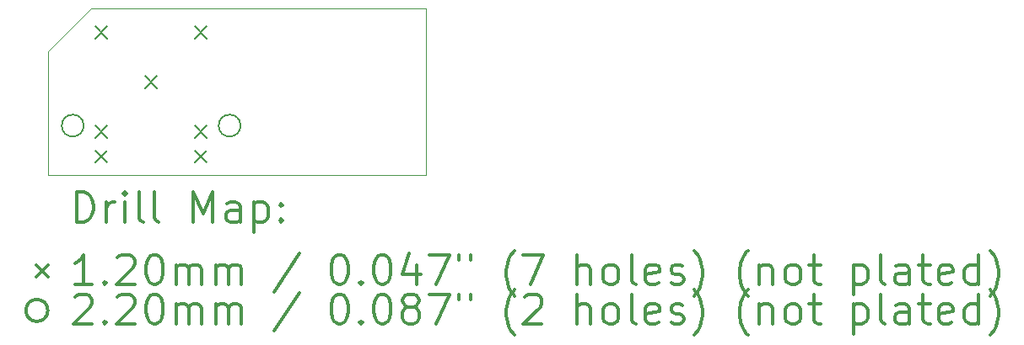
<source format=gbr>
%FSLAX45Y45*%
G04 Gerber Fmt 4.5, Leading zero omitted, Abs format (unit mm)*
G04 Created by KiCad (PCBNEW (5.1.6)-1) date 2024-02-11 14:19:01*
%MOMM*%
%LPD*%
G01*
G04 APERTURE LIST*
%TA.AperFunction,Profile*%
%ADD10C,0.050000*%
%TD*%
%ADD11C,0.200000*%
%ADD12C,0.300000*%
G04 APERTURE END LIST*
D10*
X12700000Y-10179050D02*
X13131800Y-9747250D01*
X12700000Y-11430000D02*
X12700000Y-10179050D01*
X16497300Y-9747250D02*
X13131800Y-9747250D01*
X16497300Y-11430000D02*
X16497300Y-9747250D01*
X12700000Y-11430000D02*
X16497300Y-11430000D01*
D11*
X13175050Y-9930200D02*
X13295050Y-10050200D01*
X13295050Y-9930200D02*
X13175050Y-10050200D01*
X13175050Y-10930200D02*
X13295050Y-11050200D01*
X13295050Y-10930200D02*
X13175050Y-11050200D01*
X13175050Y-11180200D02*
X13295050Y-11300200D01*
X13295050Y-11180200D02*
X13175050Y-11300200D01*
X13675050Y-10430200D02*
X13795050Y-10550200D01*
X13795050Y-10430200D02*
X13675050Y-10550200D01*
X14175050Y-9930200D02*
X14295050Y-10050200D01*
X14295050Y-9930200D02*
X14175050Y-10050200D01*
X14175050Y-10930200D02*
X14295050Y-11050200D01*
X14295050Y-10930200D02*
X14175050Y-11050200D01*
X14175050Y-11180200D02*
X14295050Y-11300200D01*
X14295050Y-11180200D02*
X14175050Y-11300200D01*
X14632450Y-10928350D02*
G75*
G03*
X14632450Y-10928350I-110000J0D01*
G01*
X13057650Y-10928350D02*
G75*
G03*
X13057650Y-10928350I-110000J0D01*
G01*
D12*
X12983928Y-11898214D02*
X12983928Y-11598214D01*
X13055357Y-11598214D01*
X13098214Y-11612500D01*
X13126786Y-11641071D01*
X13141071Y-11669643D01*
X13155357Y-11726786D01*
X13155357Y-11769643D01*
X13141071Y-11826786D01*
X13126786Y-11855357D01*
X13098214Y-11883929D01*
X13055357Y-11898214D01*
X12983928Y-11898214D01*
X13283928Y-11898214D02*
X13283928Y-11698214D01*
X13283928Y-11755357D02*
X13298214Y-11726786D01*
X13312500Y-11712500D01*
X13341071Y-11698214D01*
X13369643Y-11698214D01*
X13469643Y-11898214D02*
X13469643Y-11698214D01*
X13469643Y-11598214D02*
X13455357Y-11612500D01*
X13469643Y-11626786D01*
X13483928Y-11612500D01*
X13469643Y-11598214D01*
X13469643Y-11626786D01*
X13655357Y-11898214D02*
X13626786Y-11883929D01*
X13612500Y-11855357D01*
X13612500Y-11598214D01*
X13812500Y-11898214D02*
X13783928Y-11883929D01*
X13769643Y-11855357D01*
X13769643Y-11598214D01*
X14155357Y-11898214D02*
X14155357Y-11598214D01*
X14255357Y-11812500D01*
X14355357Y-11598214D01*
X14355357Y-11898214D01*
X14626786Y-11898214D02*
X14626786Y-11741071D01*
X14612500Y-11712500D01*
X14583928Y-11698214D01*
X14526786Y-11698214D01*
X14498214Y-11712500D01*
X14626786Y-11883929D02*
X14598214Y-11898214D01*
X14526786Y-11898214D01*
X14498214Y-11883929D01*
X14483928Y-11855357D01*
X14483928Y-11826786D01*
X14498214Y-11798214D01*
X14526786Y-11783929D01*
X14598214Y-11783929D01*
X14626786Y-11769643D01*
X14769643Y-11698214D02*
X14769643Y-11998214D01*
X14769643Y-11712500D02*
X14798214Y-11698214D01*
X14855357Y-11698214D01*
X14883928Y-11712500D01*
X14898214Y-11726786D01*
X14912500Y-11755357D01*
X14912500Y-11841071D01*
X14898214Y-11869643D01*
X14883928Y-11883929D01*
X14855357Y-11898214D01*
X14798214Y-11898214D01*
X14769643Y-11883929D01*
X15041071Y-11869643D02*
X15055357Y-11883929D01*
X15041071Y-11898214D01*
X15026786Y-11883929D01*
X15041071Y-11869643D01*
X15041071Y-11898214D01*
X15041071Y-11712500D02*
X15055357Y-11726786D01*
X15041071Y-11741071D01*
X15026786Y-11726786D01*
X15041071Y-11712500D01*
X15041071Y-11741071D01*
X12577500Y-12332500D02*
X12697500Y-12452500D01*
X12697500Y-12332500D02*
X12577500Y-12452500D01*
X13141071Y-12528214D02*
X12969643Y-12528214D01*
X13055357Y-12528214D02*
X13055357Y-12228214D01*
X13026786Y-12271071D01*
X12998214Y-12299643D01*
X12969643Y-12313929D01*
X13269643Y-12499643D02*
X13283928Y-12513929D01*
X13269643Y-12528214D01*
X13255357Y-12513929D01*
X13269643Y-12499643D01*
X13269643Y-12528214D01*
X13398214Y-12256786D02*
X13412500Y-12242500D01*
X13441071Y-12228214D01*
X13512500Y-12228214D01*
X13541071Y-12242500D01*
X13555357Y-12256786D01*
X13569643Y-12285357D01*
X13569643Y-12313929D01*
X13555357Y-12356786D01*
X13383928Y-12528214D01*
X13569643Y-12528214D01*
X13755357Y-12228214D02*
X13783928Y-12228214D01*
X13812500Y-12242500D01*
X13826786Y-12256786D01*
X13841071Y-12285357D01*
X13855357Y-12342500D01*
X13855357Y-12413929D01*
X13841071Y-12471071D01*
X13826786Y-12499643D01*
X13812500Y-12513929D01*
X13783928Y-12528214D01*
X13755357Y-12528214D01*
X13726786Y-12513929D01*
X13712500Y-12499643D01*
X13698214Y-12471071D01*
X13683928Y-12413929D01*
X13683928Y-12342500D01*
X13698214Y-12285357D01*
X13712500Y-12256786D01*
X13726786Y-12242500D01*
X13755357Y-12228214D01*
X13983928Y-12528214D02*
X13983928Y-12328214D01*
X13983928Y-12356786D02*
X13998214Y-12342500D01*
X14026786Y-12328214D01*
X14069643Y-12328214D01*
X14098214Y-12342500D01*
X14112500Y-12371071D01*
X14112500Y-12528214D01*
X14112500Y-12371071D02*
X14126786Y-12342500D01*
X14155357Y-12328214D01*
X14198214Y-12328214D01*
X14226786Y-12342500D01*
X14241071Y-12371071D01*
X14241071Y-12528214D01*
X14383928Y-12528214D02*
X14383928Y-12328214D01*
X14383928Y-12356786D02*
X14398214Y-12342500D01*
X14426786Y-12328214D01*
X14469643Y-12328214D01*
X14498214Y-12342500D01*
X14512500Y-12371071D01*
X14512500Y-12528214D01*
X14512500Y-12371071D02*
X14526786Y-12342500D01*
X14555357Y-12328214D01*
X14598214Y-12328214D01*
X14626786Y-12342500D01*
X14641071Y-12371071D01*
X14641071Y-12528214D01*
X15226786Y-12213929D02*
X14969643Y-12599643D01*
X15612500Y-12228214D02*
X15641071Y-12228214D01*
X15669643Y-12242500D01*
X15683928Y-12256786D01*
X15698214Y-12285357D01*
X15712500Y-12342500D01*
X15712500Y-12413929D01*
X15698214Y-12471071D01*
X15683928Y-12499643D01*
X15669643Y-12513929D01*
X15641071Y-12528214D01*
X15612500Y-12528214D01*
X15583928Y-12513929D01*
X15569643Y-12499643D01*
X15555357Y-12471071D01*
X15541071Y-12413929D01*
X15541071Y-12342500D01*
X15555357Y-12285357D01*
X15569643Y-12256786D01*
X15583928Y-12242500D01*
X15612500Y-12228214D01*
X15841071Y-12499643D02*
X15855357Y-12513929D01*
X15841071Y-12528214D01*
X15826786Y-12513929D01*
X15841071Y-12499643D01*
X15841071Y-12528214D01*
X16041071Y-12228214D02*
X16069643Y-12228214D01*
X16098214Y-12242500D01*
X16112500Y-12256786D01*
X16126786Y-12285357D01*
X16141071Y-12342500D01*
X16141071Y-12413929D01*
X16126786Y-12471071D01*
X16112500Y-12499643D01*
X16098214Y-12513929D01*
X16069643Y-12528214D01*
X16041071Y-12528214D01*
X16012500Y-12513929D01*
X15998214Y-12499643D01*
X15983928Y-12471071D01*
X15969643Y-12413929D01*
X15969643Y-12342500D01*
X15983928Y-12285357D01*
X15998214Y-12256786D01*
X16012500Y-12242500D01*
X16041071Y-12228214D01*
X16398214Y-12328214D02*
X16398214Y-12528214D01*
X16326786Y-12213929D02*
X16255357Y-12428214D01*
X16441071Y-12428214D01*
X16526786Y-12228214D02*
X16726786Y-12228214D01*
X16598214Y-12528214D01*
X16826786Y-12228214D02*
X16826786Y-12285357D01*
X16941071Y-12228214D02*
X16941071Y-12285357D01*
X17383928Y-12642500D02*
X17369643Y-12628214D01*
X17341071Y-12585357D01*
X17326786Y-12556786D01*
X17312500Y-12513929D01*
X17298214Y-12442500D01*
X17298214Y-12385357D01*
X17312500Y-12313929D01*
X17326786Y-12271071D01*
X17341071Y-12242500D01*
X17369643Y-12199643D01*
X17383928Y-12185357D01*
X17469643Y-12228214D02*
X17669643Y-12228214D01*
X17541071Y-12528214D01*
X18012500Y-12528214D02*
X18012500Y-12228214D01*
X18141071Y-12528214D02*
X18141071Y-12371071D01*
X18126786Y-12342500D01*
X18098214Y-12328214D01*
X18055357Y-12328214D01*
X18026786Y-12342500D01*
X18012500Y-12356786D01*
X18326786Y-12528214D02*
X18298214Y-12513929D01*
X18283928Y-12499643D01*
X18269643Y-12471071D01*
X18269643Y-12385357D01*
X18283928Y-12356786D01*
X18298214Y-12342500D01*
X18326786Y-12328214D01*
X18369643Y-12328214D01*
X18398214Y-12342500D01*
X18412500Y-12356786D01*
X18426786Y-12385357D01*
X18426786Y-12471071D01*
X18412500Y-12499643D01*
X18398214Y-12513929D01*
X18369643Y-12528214D01*
X18326786Y-12528214D01*
X18598214Y-12528214D02*
X18569643Y-12513929D01*
X18555357Y-12485357D01*
X18555357Y-12228214D01*
X18826786Y-12513929D02*
X18798214Y-12528214D01*
X18741071Y-12528214D01*
X18712500Y-12513929D01*
X18698214Y-12485357D01*
X18698214Y-12371071D01*
X18712500Y-12342500D01*
X18741071Y-12328214D01*
X18798214Y-12328214D01*
X18826786Y-12342500D01*
X18841071Y-12371071D01*
X18841071Y-12399643D01*
X18698214Y-12428214D01*
X18955357Y-12513929D02*
X18983928Y-12528214D01*
X19041071Y-12528214D01*
X19069643Y-12513929D01*
X19083928Y-12485357D01*
X19083928Y-12471071D01*
X19069643Y-12442500D01*
X19041071Y-12428214D01*
X18998214Y-12428214D01*
X18969643Y-12413929D01*
X18955357Y-12385357D01*
X18955357Y-12371071D01*
X18969643Y-12342500D01*
X18998214Y-12328214D01*
X19041071Y-12328214D01*
X19069643Y-12342500D01*
X19183928Y-12642500D02*
X19198214Y-12628214D01*
X19226786Y-12585357D01*
X19241071Y-12556786D01*
X19255357Y-12513929D01*
X19269643Y-12442500D01*
X19269643Y-12385357D01*
X19255357Y-12313929D01*
X19241071Y-12271071D01*
X19226786Y-12242500D01*
X19198214Y-12199643D01*
X19183928Y-12185357D01*
X19726786Y-12642500D02*
X19712500Y-12628214D01*
X19683928Y-12585357D01*
X19669643Y-12556786D01*
X19655357Y-12513929D01*
X19641071Y-12442500D01*
X19641071Y-12385357D01*
X19655357Y-12313929D01*
X19669643Y-12271071D01*
X19683928Y-12242500D01*
X19712500Y-12199643D01*
X19726786Y-12185357D01*
X19841071Y-12328214D02*
X19841071Y-12528214D01*
X19841071Y-12356786D02*
X19855357Y-12342500D01*
X19883928Y-12328214D01*
X19926786Y-12328214D01*
X19955357Y-12342500D01*
X19969643Y-12371071D01*
X19969643Y-12528214D01*
X20155357Y-12528214D02*
X20126786Y-12513929D01*
X20112500Y-12499643D01*
X20098214Y-12471071D01*
X20098214Y-12385357D01*
X20112500Y-12356786D01*
X20126786Y-12342500D01*
X20155357Y-12328214D01*
X20198214Y-12328214D01*
X20226786Y-12342500D01*
X20241071Y-12356786D01*
X20255357Y-12385357D01*
X20255357Y-12471071D01*
X20241071Y-12499643D01*
X20226786Y-12513929D01*
X20198214Y-12528214D01*
X20155357Y-12528214D01*
X20341071Y-12328214D02*
X20455357Y-12328214D01*
X20383928Y-12228214D02*
X20383928Y-12485357D01*
X20398214Y-12513929D01*
X20426786Y-12528214D01*
X20455357Y-12528214D01*
X20783928Y-12328214D02*
X20783928Y-12628214D01*
X20783928Y-12342500D02*
X20812500Y-12328214D01*
X20869643Y-12328214D01*
X20898214Y-12342500D01*
X20912500Y-12356786D01*
X20926786Y-12385357D01*
X20926786Y-12471071D01*
X20912500Y-12499643D01*
X20898214Y-12513929D01*
X20869643Y-12528214D01*
X20812500Y-12528214D01*
X20783928Y-12513929D01*
X21098214Y-12528214D02*
X21069643Y-12513929D01*
X21055357Y-12485357D01*
X21055357Y-12228214D01*
X21341071Y-12528214D02*
X21341071Y-12371071D01*
X21326786Y-12342500D01*
X21298214Y-12328214D01*
X21241071Y-12328214D01*
X21212500Y-12342500D01*
X21341071Y-12513929D02*
X21312500Y-12528214D01*
X21241071Y-12528214D01*
X21212500Y-12513929D01*
X21198214Y-12485357D01*
X21198214Y-12456786D01*
X21212500Y-12428214D01*
X21241071Y-12413929D01*
X21312500Y-12413929D01*
X21341071Y-12399643D01*
X21441071Y-12328214D02*
X21555357Y-12328214D01*
X21483928Y-12228214D02*
X21483928Y-12485357D01*
X21498214Y-12513929D01*
X21526786Y-12528214D01*
X21555357Y-12528214D01*
X21769643Y-12513929D02*
X21741071Y-12528214D01*
X21683928Y-12528214D01*
X21655357Y-12513929D01*
X21641071Y-12485357D01*
X21641071Y-12371071D01*
X21655357Y-12342500D01*
X21683928Y-12328214D01*
X21741071Y-12328214D01*
X21769643Y-12342500D01*
X21783928Y-12371071D01*
X21783928Y-12399643D01*
X21641071Y-12428214D01*
X22041071Y-12528214D02*
X22041071Y-12228214D01*
X22041071Y-12513929D02*
X22012500Y-12528214D01*
X21955357Y-12528214D01*
X21926786Y-12513929D01*
X21912500Y-12499643D01*
X21898214Y-12471071D01*
X21898214Y-12385357D01*
X21912500Y-12356786D01*
X21926786Y-12342500D01*
X21955357Y-12328214D01*
X22012500Y-12328214D01*
X22041071Y-12342500D01*
X22155357Y-12642500D02*
X22169643Y-12628214D01*
X22198214Y-12585357D01*
X22212500Y-12556786D01*
X22226786Y-12513929D01*
X22241071Y-12442500D01*
X22241071Y-12385357D01*
X22226786Y-12313929D01*
X22212500Y-12271071D01*
X22198214Y-12242500D01*
X22169643Y-12199643D01*
X22155357Y-12185357D01*
X12697500Y-12788500D02*
G75*
G03*
X12697500Y-12788500I-110000J0D01*
G01*
X12969643Y-12652786D02*
X12983928Y-12638500D01*
X13012500Y-12624214D01*
X13083928Y-12624214D01*
X13112500Y-12638500D01*
X13126786Y-12652786D01*
X13141071Y-12681357D01*
X13141071Y-12709929D01*
X13126786Y-12752786D01*
X12955357Y-12924214D01*
X13141071Y-12924214D01*
X13269643Y-12895643D02*
X13283928Y-12909929D01*
X13269643Y-12924214D01*
X13255357Y-12909929D01*
X13269643Y-12895643D01*
X13269643Y-12924214D01*
X13398214Y-12652786D02*
X13412500Y-12638500D01*
X13441071Y-12624214D01*
X13512500Y-12624214D01*
X13541071Y-12638500D01*
X13555357Y-12652786D01*
X13569643Y-12681357D01*
X13569643Y-12709929D01*
X13555357Y-12752786D01*
X13383928Y-12924214D01*
X13569643Y-12924214D01*
X13755357Y-12624214D02*
X13783928Y-12624214D01*
X13812500Y-12638500D01*
X13826786Y-12652786D01*
X13841071Y-12681357D01*
X13855357Y-12738500D01*
X13855357Y-12809929D01*
X13841071Y-12867071D01*
X13826786Y-12895643D01*
X13812500Y-12909929D01*
X13783928Y-12924214D01*
X13755357Y-12924214D01*
X13726786Y-12909929D01*
X13712500Y-12895643D01*
X13698214Y-12867071D01*
X13683928Y-12809929D01*
X13683928Y-12738500D01*
X13698214Y-12681357D01*
X13712500Y-12652786D01*
X13726786Y-12638500D01*
X13755357Y-12624214D01*
X13983928Y-12924214D02*
X13983928Y-12724214D01*
X13983928Y-12752786D02*
X13998214Y-12738500D01*
X14026786Y-12724214D01*
X14069643Y-12724214D01*
X14098214Y-12738500D01*
X14112500Y-12767071D01*
X14112500Y-12924214D01*
X14112500Y-12767071D02*
X14126786Y-12738500D01*
X14155357Y-12724214D01*
X14198214Y-12724214D01*
X14226786Y-12738500D01*
X14241071Y-12767071D01*
X14241071Y-12924214D01*
X14383928Y-12924214D02*
X14383928Y-12724214D01*
X14383928Y-12752786D02*
X14398214Y-12738500D01*
X14426786Y-12724214D01*
X14469643Y-12724214D01*
X14498214Y-12738500D01*
X14512500Y-12767071D01*
X14512500Y-12924214D01*
X14512500Y-12767071D02*
X14526786Y-12738500D01*
X14555357Y-12724214D01*
X14598214Y-12724214D01*
X14626786Y-12738500D01*
X14641071Y-12767071D01*
X14641071Y-12924214D01*
X15226786Y-12609929D02*
X14969643Y-12995643D01*
X15612500Y-12624214D02*
X15641071Y-12624214D01*
X15669643Y-12638500D01*
X15683928Y-12652786D01*
X15698214Y-12681357D01*
X15712500Y-12738500D01*
X15712500Y-12809929D01*
X15698214Y-12867071D01*
X15683928Y-12895643D01*
X15669643Y-12909929D01*
X15641071Y-12924214D01*
X15612500Y-12924214D01*
X15583928Y-12909929D01*
X15569643Y-12895643D01*
X15555357Y-12867071D01*
X15541071Y-12809929D01*
X15541071Y-12738500D01*
X15555357Y-12681357D01*
X15569643Y-12652786D01*
X15583928Y-12638500D01*
X15612500Y-12624214D01*
X15841071Y-12895643D02*
X15855357Y-12909929D01*
X15841071Y-12924214D01*
X15826786Y-12909929D01*
X15841071Y-12895643D01*
X15841071Y-12924214D01*
X16041071Y-12624214D02*
X16069643Y-12624214D01*
X16098214Y-12638500D01*
X16112500Y-12652786D01*
X16126786Y-12681357D01*
X16141071Y-12738500D01*
X16141071Y-12809929D01*
X16126786Y-12867071D01*
X16112500Y-12895643D01*
X16098214Y-12909929D01*
X16069643Y-12924214D01*
X16041071Y-12924214D01*
X16012500Y-12909929D01*
X15998214Y-12895643D01*
X15983928Y-12867071D01*
X15969643Y-12809929D01*
X15969643Y-12738500D01*
X15983928Y-12681357D01*
X15998214Y-12652786D01*
X16012500Y-12638500D01*
X16041071Y-12624214D01*
X16312500Y-12752786D02*
X16283928Y-12738500D01*
X16269643Y-12724214D01*
X16255357Y-12695643D01*
X16255357Y-12681357D01*
X16269643Y-12652786D01*
X16283928Y-12638500D01*
X16312500Y-12624214D01*
X16369643Y-12624214D01*
X16398214Y-12638500D01*
X16412500Y-12652786D01*
X16426786Y-12681357D01*
X16426786Y-12695643D01*
X16412500Y-12724214D01*
X16398214Y-12738500D01*
X16369643Y-12752786D01*
X16312500Y-12752786D01*
X16283928Y-12767071D01*
X16269643Y-12781357D01*
X16255357Y-12809929D01*
X16255357Y-12867071D01*
X16269643Y-12895643D01*
X16283928Y-12909929D01*
X16312500Y-12924214D01*
X16369643Y-12924214D01*
X16398214Y-12909929D01*
X16412500Y-12895643D01*
X16426786Y-12867071D01*
X16426786Y-12809929D01*
X16412500Y-12781357D01*
X16398214Y-12767071D01*
X16369643Y-12752786D01*
X16526786Y-12624214D02*
X16726786Y-12624214D01*
X16598214Y-12924214D01*
X16826786Y-12624214D02*
X16826786Y-12681357D01*
X16941071Y-12624214D02*
X16941071Y-12681357D01*
X17383928Y-13038500D02*
X17369643Y-13024214D01*
X17341071Y-12981357D01*
X17326786Y-12952786D01*
X17312500Y-12909929D01*
X17298214Y-12838500D01*
X17298214Y-12781357D01*
X17312500Y-12709929D01*
X17326786Y-12667071D01*
X17341071Y-12638500D01*
X17369643Y-12595643D01*
X17383928Y-12581357D01*
X17483928Y-12652786D02*
X17498214Y-12638500D01*
X17526786Y-12624214D01*
X17598214Y-12624214D01*
X17626786Y-12638500D01*
X17641071Y-12652786D01*
X17655357Y-12681357D01*
X17655357Y-12709929D01*
X17641071Y-12752786D01*
X17469643Y-12924214D01*
X17655357Y-12924214D01*
X18012500Y-12924214D02*
X18012500Y-12624214D01*
X18141071Y-12924214D02*
X18141071Y-12767071D01*
X18126786Y-12738500D01*
X18098214Y-12724214D01*
X18055357Y-12724214D01*
X18026786Y-12738500D01*
X18012500Y-12752786D01*
X18326786Y-12924214D02*
X18298214Y-12909929D01*
X18283928Y-12895643D01*
X18269643Y-12867071D01*
X18269643Y-12781357D01*
X18283928Y-12752786D01*
X18298214Y-12738500D01*
X18326786Y-12724214D01*
X18369643Y-12724214D01*
X18398214Y-12738500D01*
X18412500Y-12752786D01*
X18426786Y-12781357D01*
X18426786Y-12867071D01*
X18412500Y-12895643D01*
X18398214Y-12909929D01*
X18369643Y-12924214D01*
X18326786Y-12924214D01*
X18598214Y-12924214D02*
X18569643Y-12909929D01*
X18555357Y-12881357D01*
X18555357Y-12624214D01*
X18826786Y-12909929D02*
X18798214Y-12924214D01*
X18741071Y-12924214D01*
X18712500Y-12909929D01*
X18698214Y-12881357D01*
X18698214Y-12767071D01*
X18712500Y-12738500D01*
X18741071Y-12724214D01*
X18798214Y-12724214D01*
X18826786Y-12738500D01*
X18841071Y-12767071D01*
X18841071Y-12795643D01*
X18698214Y-12824214D01*
X18955357Y-12909929D02*
X18983928Y-12924214D01*
X19041071Y-12924214D01*
X19069643Y-12909929D01*
X19083928Y-12881357D01*
X19083928Y-12867071D01*
X19069643Y-12838500D01*
X19041071Y-12824214D01*
X18998214Y-12824214D01*
X18969643Y-12809929D01*
X18955357Y-12781357D01*
X18955357Y-12767071D01*
X18969643Y-12738500D01*
X18998214Y-12724214D01*
X19041071Y-12724214D01*
X19069643Y-12738500D01*
X19183928Y-13038500D02*
X19198214Y-13024214D01*
X19226786Y-12981357D01*
X19241071Y-12952786D01*
X19255357Y-12909929D01*
X19269643Y-12838500D01*
X19269643Y-12781357D01*
X19255357Y-12709929D01*
X19241071Y-12667071D01*
X19226786Y-12638500D01*
X19198214Y-12595643D01*
X19183928Y-12581357D01*
X19726786Y-13038500D02*
X19712500Y-13024214D01*
X19683928Y-12981357D01*
X19669643Y-12952786D01*
X19655357Y-12909929D01*
X19641071Y-12838500D01*
X19641071Y-12781357D01*
X19655357Y-12709929D01*
X19669643Y-12667071D01*
X19683928Y-12638500D01*
X19712500Y-12595643D01*
X19726786Y-12581357D01*
X19841071Y-12724214D02*
X19841071Y-12924214D01*
X19841071Y-12752786D02*
X19855357Y-12738500D01*
X19883928Y-12724214D01*
X19926786Y-12724214D01*
X19955357Y-12738500D01*
X19969643Y-12767071D01*
X19969643Y-12924214D01*
X20155357Y-12924214D02*
X20126786Y-12909929D01*
X20112500Y-12895643D01*
X20098214Y-12867071D01*
X20098214Y-12781357D01*
X20112500Y-12752786D01*
X20126786Y-12738500D01*
X20155357Y-12724214D01*
X20198214Y-12724214D01*
X20226786Y-12738500D01*
X20241071Y-12752786D01*
X20255357Y-12781357D01*
X20255357Y-12867071D01*
X20241071Y-12895643D01*
X20226786Y-12909929D01*
X20198214Y-12924214D01*
X20155357Y-12924214D01*
X20341071Y-12724214D02*
X20455357Y-12724214D01*
X20383928Y-12624214D02*
X20383928Y-12881357D01*
X20398214Y-12909929D01*
X20426786Y-12924214D01*
X20455357Y-12924214D01*
X20783928Y-12724214D02*
X20783928Y-13024214D01*
X20783928Y-12738500D02*
X20812500Y-12724214D01*
X20869643Y-12724214D01*
X20898214Y-12738500D01*
X20912500Y-12752786D01*
X20926786Y-12781357D01*
X20926786Y-12867071D01*
X20912500Y-12895643D01*
X20898214Y-12909929D01*
X20869643Y-12924214D01*
X20812500Y-12924214D01*
X20783928Y-12909929D01*
X21098214Y-12924214D02*
X21069643Y-12909929D01*
X21055357Y-12881357D01*
X21055357Y-12624214D01*
X21341071Y-12924214D02*
X21341071Y-12767071D01*
X21326786Y-12738500D01*
X21298214Y-12724214D01*
X21241071Y-12724214D01*
X21212500Y-12738500D01*
X21341071Y-12909929D02*
X21312500Y-12924214D01*
X21241071Y-12924214D01*
X21212500Y-12909929D01*
X21198214Y-12881357D01*
X21198214Y-12852786D01*
X21212500Y-12824214D01*
X21241071Y-12809929D01*
X21312500Y-12809929D01*
X21341071Y-12795643D01*
X21441071Y-12724214D02*
X21555357Y-12724214D01*
X21483928Y-12624214D02*
X21483928Y-12881357D01*
X21498214Y-12909929D01*
X21526786Y-12924214D01*
X21555357Y-12924214D01*
X21769643Y-12909929D02*
X21741071Y-12924214D01*
X21683928Y-12924214D01*
X21655357Y-12909929D01*
X21641071Y-12881357D01*
X21641071Y-12767071D01*
X21655357Y-12738500D01*
X21683928Y-12724214D01*
X21741071Y-12724214D01*
X21769643Y-12738500D01*
X21783928Y-12767071D01*
X21783928Y-12795643D01*
X21641071Y-12824214D01*
X22041071Y-12924214D02*
X22041071Y-12624214D01*
X22041071Y-12909929D02*
X22012500Y-12924214D01*
X21955357Y-12924214D01*
X21926786Y-12909929D01*
X21912500Y-12895643D01*
X21898214Y-12867071D01*
X21898214Y-12781357D01*
X21912500Y-12752786D01*
X21926786Y-12738500D01*
X21955357Y-12724214D01*
X22012500Y-12724214D01*
X22041071Y-12738500D01*
X22155357Y-13038500D02*
X22169643Y-13024214D01*
X22198214Y-12981357D01*
X22212500Y-12952786D01*
X22226786Y-12909929D01*
X22241071Y-12838500D01*
X22241071Y-12781357D01*
X22226786Y-12709929D01*
X22212500Y-12667071D01*
X22198214Y-12638500D01*
X22169643Y-12595643D01*
X22155357Y-12581357D01*
M02*

</source>
